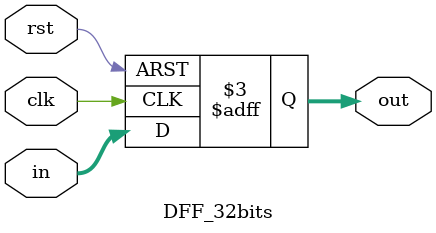
<source format=v>
module DFF_32bits (
    clk,
    rst,        //rst 0有效
    in,
    out
);
    input clk, rst;
    input [31:0] in;
    output reg [31:0] out;

    always @(posedge clk or negedge rst) begin
        if (rst == 0)
            out <= 0;
        else
            out <= in;
    end    
endmodule
</source>
